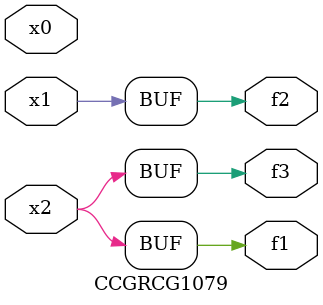
<source format=v>
module CCGRCG1079(
	input x0, x1, x2,
	output f1, f2, f3
);
	assign f1 = x2;
	assign f2 = x1;
	assign f3 = x2;
endmodule

</source>
